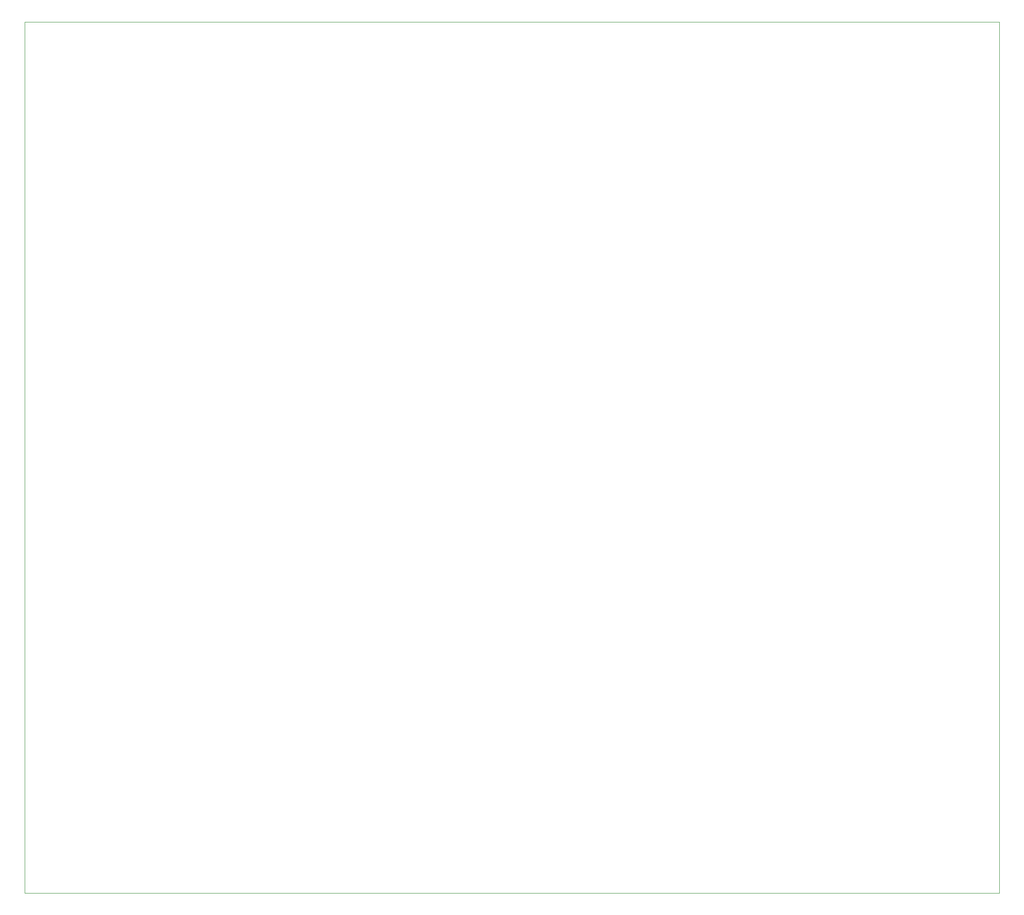
<source format=gbr>
%TF.GenerationSoftware,KiCad,Pcbnew,(6.0.9)*%
%TF.CreationDate,2022-12-08T08:54:28-05:00*%
%TF.ProjectId,6502_4,36353032-5f34-42e6-9b69-6361645f7063,rev?*%
%TF.SameCoordinates,Original*%
%TF.FileFunction,Profile,NP*%
%FSLAX46Y46*%
G04 Gerber Fmt 4.6, Leading zero omitted, Abs format (unit mm)*
G04 Created by KiCad (PCBNEW (6.0.9)) date 2022-12-08 08:54:28*
%MOMM*%
%LPD*%
G01*
G04 APERTURE LIST*
%TA.AperFunction,Profile*%
%ADD10C,0.100000*%
%TD*%
G04 APERTURE END LIST*
D10*
X12700000Y-10160000D02*
X11430000Y-10160000D01*
X191770000Y-11430000D02*
X191770000Y-10160000D01*
X11430000Y-11430000D02*
X11430000Y-10160000D01*
X11430000Y-171450000D02*
X11430000Y-143510000D01*
X191770000Y-10160000D02*
X12700000Y-10160000D01*
X191770000Y-171450000D02*
X191770000Y-11430000D01*
X11430000Y-171450000D02*
X191770000Y-171450000D01*
X11430000Y-11430000D02*
X11430000Y-143510000D01*
M02*

</source>
